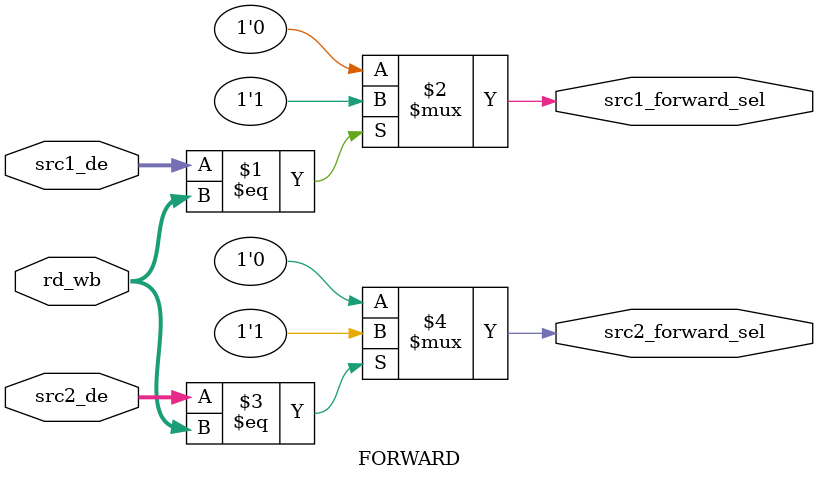
<source format=v>
`timescale 1ns/1ps

module FORWARD(
       output src1_forward_sel,
       output src2_forward_sel,
       input  [4:0]    src1_de,
       input  [4:0]    src2_de,
       input  [4:0]      rd_wb
);

    assign src1_forward_sel = (src1_de == rd_wb) ? 1'd1:1'd0;
    assign src2_forward_sel = (src2_de == rd_wb) ? 1'd1:1'd0;    

endmodule

</source>
